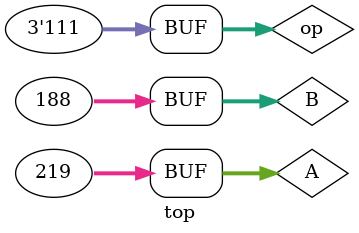
<source format=v>
module LogicUnit(input [2:0]operation,input [31:0]A, input [31:0]B, output [31:0]C);

    wire [31:0]cmp;
    twocmp tc (A,cmp);

    assign C = ~(|operation[2:0])?A & B:32'bz;                                  //000
    assign C = (operation[0] & ~(|operation[2:1]))?A ^ B:32'bz;                 //001
    assign C = (operation[1] & ~operation[0] & ~operation[2])?~(A & B):32'bz;   //010
    assign C = (~operation[2] & (&operation[1:0]))?A|B:32'bz;                   //011
    assign C = (operation[2] & ~(|operation[1:0]))?~A:32'bz;                    //100
    assign C = (operation[2] & ~operation[1] & operation[0])?~(A|B):32'bz;      //101
    assign C = &operation[2:1] & ~operation[0]?cmp:32'bz;                       //110
    assign C = (&operation[2:0])? ~(A ^ B):32'bz;                               //111
    
endmodule

module twocmp(input [31:0]A,output [31:0]B);

    genvar i;
    generate
        for(i=0;i<32;i=i+1)
        begin
            if(i == 0)
                assign B[0] = A[0];
            else
                assign B[i] = |A[i-1:0] ? ~A[i] : A[i];
        end
    endgenerate

endmodule

module top;
    reg [31:0] A,B;
    reg [2:0]op;
    wire [31:0]C;

    LogicUnit LU(op,A,B,C);

    initial 
    begin
        #0 A= 32'b11011011; B = 32'b10111100;op=3'b0; 
        #10 op=3'b001;
        #10 op=3'b010;
        #10 op=3'b011;
        #10 op=3'b100;
        #10 op=3'b101;
        #10 op=3'b110;
        #10 op=3'b111;
    end

    initial 
    begin
        $monitor($time," A=%b B=%b output=%b",A,B,C);    
    end

endmodule
</source>
